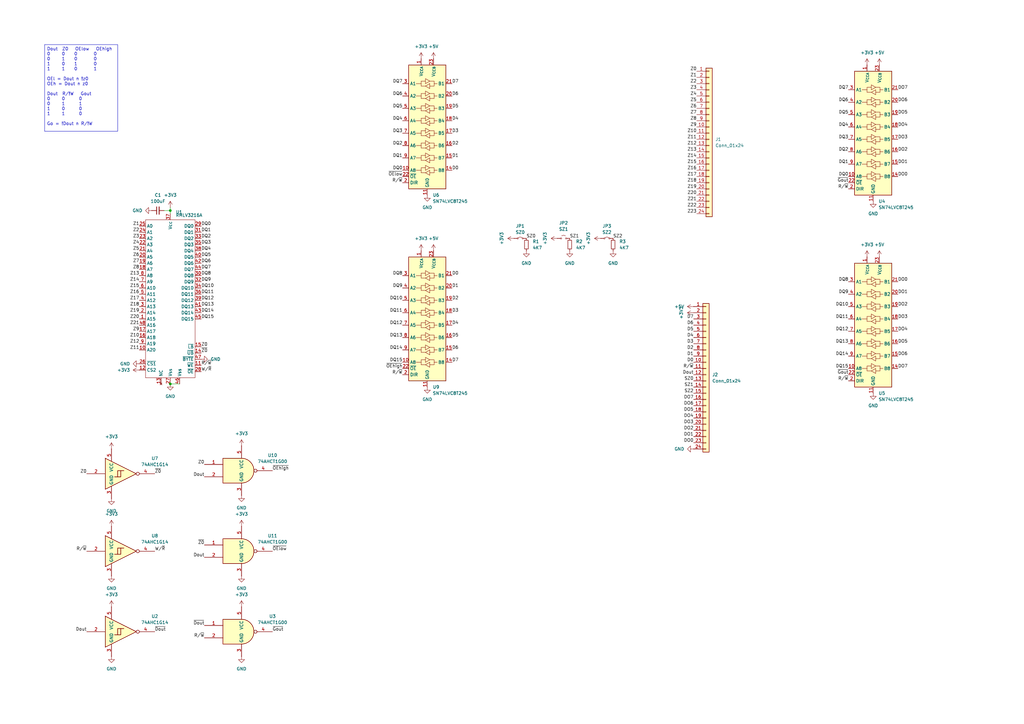
<source format=kicad_sch>
(kicad_sch (version 20231120) (generator "eeschema") (generator_version "8.0")
  (paper "A3")
  (title_block (date "2024-05-26"))
  (lib_symbols
    (symbol "74xGxx:74AHC1G14"
      (property "Reference" "U" (at 0 3.81 0))
      (property "Value" "74AHC1G14" (at 0 -3.81 0))
      (symbol "74AHC1G14_0_1"
        (polyline (pts (xy -7.62 6.35) (xy -7.62 -6.35) (xy 5.08 0) (xy -7.62 6.35)) (stroke (width 0.254)) (fill (type background)))
      )
      (symbol "74AHC1G14_1_1"
        (polyline (pts (xy -3.81 -1.27) (xy -1.27 -1.27) (xy -1.27 1.27)) (stroke (width 0.254)))
        (polyline (pts (xy -2.54 -1.27) (xy -2.54 1.27) (xy 0 1.27)) (stroke (width 0.254)))
        (pin no_connect line (at -7.62 5.08 180) (length 5.08) hide (name "NC") (number "1"))
        (pin input line (at -15.24 0 0) (length 7.62) (name "~") (number "2"))
        (pin power_in line (at -5.08 -10.16 90) (length 5.08) (name "GND") (number "3"))
        (pin output inverted (at 12.7 0 180) (length 7.62) (name "~") (number "4"))
        (pin power_in line (at -5.08 10.16 270) (length 5.08) (name "VCC") (number "5"))
      )
    )
    (symbol "74xGxx:74AHCT1G00"
      (property "Reference" "U" (at -2.54 3.81 0))
      (property "Value" "74AHCT1G00" (at 0 -3.81 0))
      (symbol "74AHCT1G00_0_1"
        (arc (start 0 -5.08) (mid 5.0579 0) (end 0 5.08) (stroke (width 0.254)) (fill (type background)))
        (polyline (pts (xy 0 -5.08) (xy -7.62 -5.08) (xy -7.62 5.08) (xy 0 5.08)) (stroke (width 0.254)) (fill (type background)))
      )
      (symbol "74AHCT1G00_1_1"
        (pin input line (at -15.24 2.54 0) (length 7.62) (name "~") (number "1"))
        (pin input line (at -15.24 -2.54 0) (length 7.62) (name "~") (number "2"))
        (pin power_in line (at 0 -10.16 90) (length 5.08) (name "GND") (number "3"))
        (pin output inverted (at 12.7 0 180) (length 7.62) (name "~") (number "4"))
        (pin power_in line (at 0 10.16 270) (length 5.08) (name "VCC") (number "5"))
      )
    )
    (symbol "Connector_Generic:Conn_01x24" (pin_names (offset 1.016) hide)
      (property "Reference" "J" (at 0 30.48 0))
      (property "Value" "Conn_01x24" (at 0 -33.02 0))
      (symbol "Conn_01x24_1_1"
        (rectangle (start -1.27 -30.353) (end 0 -30.607) (stroke (width 0.1524)))
        (rectangle (start -1.27 -27.813) (end 0 -28.067) (stroke (width 0.1524)))
        (rectangle (start -1.27 -25.273) (end 0 -25.527) (stroke (width 0.1524)))
        (rectangle (start -1.27 -22.733) (end 0 -22.987) (stroke (width 0.1524)))
        (rectangle (start -1.27 -20.193) (end 0 -20.447) (stroke (width 0.1524)))
        (rectangle (start -1.27 -17.653) (end 0 -17.907) (stroke (width 0.1524)))
        (rectangle (start -1.27 -15.113) (end 0 -15.367) (stroke (width 0.1524)))
        (rectangle (start -1.27 -12.573) (end 0 -12.827) (stroke (width 0.1524)))
        (rectangle (start -1.27 -10.033) (end 0 -10.287) (stroke (width 0.1524)))
        (rectangle (start -1.27 -7.493) (end 0 -7.747) (stroke (width 0.1524)))
        (rectangle (start -1.27 -4.953) (end 0 -5.207) (stroke (width 0.1524)))
        (rectangle (start -1.27 -2.413) (end 0 -2.667) (stroke (width 0.1524)))
        (rectangle (start -1.27 0.127) (end 0 -0.127) (stroke (width 0.1524)))
        (rectangle (start -1.27 2.667) (end 0 2.413) (stroke (width 0.1524)))
        (rectangle (start -1.27 5.207) (end 0 4.953) (stroke (width 0.1524)))
        (rectangle (start -1.27 7.747) (end 0 7.493) (stroke (width 0.1524)))
        (rectangle (start -1.27 10.287) (end 0 10.033) (stroke (width 0.1524)))
        (rectangle (start -1.27 12.827) (end 0 12.573) (stroke (width 0.1524)))
        (rectangle (start -1.27 15.367) (end 0 15.113) (stroke (width 0.1524)))
        (rectangle (start -1.27 17.907) (end 0 17.653) (stroke (width 0.1524)))
        (rectangle (start -1.27 20.447) (end 0 20.193) (stroke (width 0.1524)))
        (rectangle (start -1.27 22.987) (end 0 22.733) (stroke (width 0.1524)))
        (rectangle (start -1.27 25.527) (end 0 25.273) (stroke (width 0.1524)))
        (rectangle (start -1.27 28.067) (end 0 27.813) (stroke (width 0.1524)))
        (rectangle (start -1.27 29.21) (end 1.27 -31.75) (stroke (width 0.254)) (fill (type background)))
        (pin passive line (at -5.08 27.94 0) (length 3.81) (name "Pin_1") (number "1"))
        (pin passive line (at -5.08 5.08 0) (length 3.81) (name "Pin_10") (number "10"))
        (pin passive line (at -5.08 2.54 0) (length 3.81) (name "Pin_11") (number "11"))
        (pin passive line (at -5.08 0 0) (length 3.81) (name "Pin_12") (number "12"))
        (pin passive line (at -5.08 -2.54 0) (length 3.81) (name "Pin_13") (number "13"))
        (pin passive line (at -5.08 -5.08 0) (length 3.81) (name "Pin_14") (number "14"))
        (pin passive line (at -5.08 -7.62 0) (length 3.81) (name "Pin_15") (number "15"))
        (pin passive line (at -5.08 -10.16 0) (length 3.81) (name "Pin_16") (number "16"))
        (pin passive line (at -5.08 -12.7 0) (length 3.81) (name "Pin_17") (number "17"))
        (pin passive line (at -5.08 -15.24 0) (length 3.81) (name "Pin_18") (number "18"))
        (pin passive line (at -5.08 -17.78 0) (length 3.81) (name "Pin_19") (number "19"))
        (pin passive line (at -5.08 25.4 0) (length 3.81) (name "Pin_2") (number "2"))
        (pin passive line (at -5.08 -20.32 0) (length 3.81) (name "Pin_20") (number "20"))
        (pin passive line (at -5.08 -22.86 0) (length 3.81) (name "Pin_21") (number "21"))
        (pin passive line (at -5.08 -25.4 0) (length 3.81) (name "Pin_22") (number "22"))
        (pin passive line (at -5.08 -27.94 0) (length 3.81) (name "Pin_23") (number "23"))
        (pin passive line (at -5.08 -30.48 0) (length 3.81) (name "Pin_24") (number "24"))
        (pin passive line (at -5.08 22.86 0) (length 3.81) (name "Pin_3") (number "3"))
        (pin passive line (at -5.08 20.32 0) (length 3.81) (name "Pin_4") (number "4"))
        (pin passive line (at -5.08 17.78 0) (length 3.81) (name "Pin_5") (number "5"))
        (pin passive line (at -5.08 15.24 0) (length 3.81) (name "Pin_6") (number "6"))
        (pin passive line (at -5.08 12.7 0) (length 3.81) (name "Pin_7") (number "7"))
        (pin passive line (at -5.08 10.16 0) (length 3.81) (name "Pin_8") (number "8"))
        (pin passive line (at -5.08 7.62 0) (length 3.81) (name "Pin_9") (number "9"))
      )
    )
    (symbol "Device:C_Small" (pin_numbers hide) (pin_names (offset 0.254) hide)
      (property "Reference" "C" (at 0.254 1.778 0))
      (property "Value" "C_Small" (at 0.254 -2.032 0))
      (symbol "C_Small_0_1"
        (polyline (pts (xy -1.524 -0.508) (xy 1.524 -0.508)) (stroke (width 0.3302)))
        (polyline (pts (xy -1.524 0.508) (xy 1.524 0.508)) (stroke (width 0.3048)))
      )
      (symbol "C_Small_1_1"
        (pin passive line (at 0 2.54 270) (length 2.032) (name "~") (number "1"))
        (pin passive line (at 0 -2.54 90) (length 2.032) (name "~") (number "2"))
      )
    )
    (symbol "Device:R_Small" (pin_numbers hide) (pin_names (offset 0.254) hide)
      (property "Reference" "R" (at 0.762 0.508 0))
      (property "Value" "R_Small" (at 0.762 -1.016 0))
      (symbol "R_Small_0_1"
        (rectangle (start -0.762 1.778) (end 0.762 -1.778) (stroke (width 0.2032)))
      )
      (symbol "R_Small_1_1"
        (pin passive line (at 0 2.54 270) (length 0.762) (name "~") (number "1"))
        (pin passive line (at 0 -2.54 90) (length 0.762) (name "~") (number "2"))
      )
    )
    (symbol "Jumper:Jumper_2_Small_Bridged" (pin_numbers hide) (pin_names (offset 0) hide) (exclude_from_sim yes)
      (property "Reference" "JP" (at 0 2.032 0))
      (property "Value" "Jumper_2_Small_Bridged" (at 0 -2.286 0))
      (symbol "Jumper_2_Small_Bridged_0_0"
        (circle (center -1.016 0) (radius 0.254))
        (circle (center 1.016 0) (radius 0.254))
      )
      (symbol "Jumper_2_Small_Bridged_0_1"
        (arc (start 0.762 0.254) (mid 0 0.5696) (end -0.762 0.254))
      )
      (symbol "Jumper_2_Small_Bridged_1_1"
        (pin passive line (at -2.54 0 0) (length 1.27) (name "A") (number "1"))
        (pin passive line (at 2.54 0 180) (length 1.27) (name "B") (number "2"))
      )
    )
    (symbol "Jumper:Jumper_2_Small_Open" (pin_numbers hide) (pin_names (offset 0) hide) (exclude_from_sim yes)
      (property "Reference" "JP" (at 0 2.794 0))
      (property "Value" "Jumper_2_Small_Open" (at 0 -2.286 0))
      (symbol "Jumper_2_Small_Open_0_0"
        (circle (center -1.016 0) (radius 0.254))
        (circle (center 1.016 0) (radius 0.254))
      )
      (symbol "Jumper_2_Small_Open_0_1"
        (arc (start 0.762 1.0196) (mid 0 1.2729) (end -0.762 1.0196))
      )
      (symbol "Jumper_2_Small_Open_1_1"
        (pin passive line (at -2.54 0 0) (length 1.27) (name "A") (number "1"))
        (pin passive line (at 2.54 0 180) (length 1.27) (name "B") (number "2"))
      )
    )
    (symbol "Logic_LevelTranslator:SN74LVC8T245"
      (property "Reference" "U" (at -6.35 27.94 0))
      (property "Value" "SN74LVC8T245" (at 3.81 27.94 0))
      (symbol "SN74LVC8T245_0_1"
        (rectangle (start -7.62 25.4) (end 7.62 -25.4) (stroke (width 0.254)) (fill (type background)))
        (polyline (pts (xy -2.54 -12.7) (xy -2.54 -11.684) (xy -0.762 -11.684)))
        (polyline (pts (xy -2.54 -2.54) (xy -2.54 -1.524) (xy -0.762 -1.524)))
        (polyline (pts (xy -2.54 7.62) (xy -2.54 8.636) (xy -0.762 8.636)))
        (polyline (pts (xy -2.54 17.78) (xy -2.54 18.796) (xy -0.762 18.796)))
        (polyline (pts (xy 2.794 -12.7) (xy 2.794 -13.716) (xy 1.016 -13.716)))
        (polyline (pts (xy 2.794 -2.54) (xy 2.794 -3.556) (xy 1.016 -3.556)))
        (polyline (pts (xy 2.794 7.62) (xy 2.794 6.604) (xy 1.016 6.604)))
        (polyline (pts (xy 2.794 17.78) (xy 2.794 16.764) (xy 1.016 16.764)))
        (polyline (pts (xy -0.762 -13.716) (xy -2.54 -13.716) (xy -2.54 -12.7) (xy -4.572 -12.7)))
        (polyline (pts (xy -0.762 -12.7) (xy -0.762 -10.668) (xy 1.016 -11.684) (xy -0.762 -12.7)))
        (polyline (pts (xy -0.762 -3.556) (xy -2.54 -3.556) (xy -2.54 -2.54) (xy -4.572 -2.54)))
        (polyline (pts (xy -0.762 -2.54) (xy -0.762 -0.508) (xy 1.016 -1.524) (xy -0.762 -2.54)))
        (polyline (pts (xy -0.762 6.604) (xy -2.54 6.604) (xy -2.54 7.62) (xy -4.572 7.62)))
        (polyline (pts (xy -0.762 7.62) (xy -0.762 9.652) (xy 1.016 8.636) (xy -0.762 7.62)))
        (polyline (pts (xy -0.762 16.764) (xy -2.54 16.764) (xy -2.54 17.78) (xy -4.572 17.78)))
        (polyline (pts (xy -0.762 17.78) (xy -0.762 19.812) (xy 1.016 18.796) (xy -0.762 17.78)))
        (polyline (pts (xy 1.016 -11.684) (xy 2.794 -11.684) (xy 2.794 -12.7) (xy 4.064 -12.7)))
        (polyline (pts (xy 1.016 -1.524) (xy 2.794 -1.524) (xy 2.794 -2.54) (xy 4.064 -2.54)))
        (polyline (pts (xy 1.016 8.636) (xy 2.794 8.636) (xy 2.794 7.62) (xy 4.064 7.62)))
        (polyline (pts (xy 1.016 18.796) (xy 2.794 18.796) (xy 2.794 17.78) (xy 4.064 17.78)))
        (polyline (pts (xy 1.016 -17.78) (xy 1.016 -19.558) (xy 1.016 -19.812) (xy -0.762 -18.796) (xy 1.016 -17.78)))
        (polyline (pts (xy 1.016 -12.7) (xy 1.016 -14.478) (xy 1.016 -14.732) (xy -0.762 -13.716) (xy 1.016 -12.7)))
        (polyline (pts (xy 1.016 -2.54) (xy 1.016 -4.318) (xy 1.016 -4.572) (xy -0.762 -3.556) (xy 1.016 -2.54)))
        (polyline (pts (xy 1.016 2.54) (xy 1.016 0.762) (xy 1.016 0.508) (xy -0.762 1.524) (xy 1.016 2.54)))
        (polyline (pts (xy 1.016 7.62) (xy 1.016 5.842) (xy 1.016 5.588) (xy -0.762 6.604) (xy 1.016 7.62)))
        (polyline (pts (xy 1.016 17.78) (xy 1.016 16.002) (xy 1.016 15.748) (xy -0.762 16.764) (xy 1.016 17.78)))
      )
      (symbol "SN74LVC8T245_1_1"
        (polyline (pts (xy -2.54 -17.78) (xy -2.54 -16.764) (xy -0.762 -16.764)))
        (polyline (pts (xy -2.54 -7.62) (xy -2.54 -6.604) (xy -0.762 -6.604)))
        (polyline (pts (xy -2.54 2.54) (xy -2.54 3.556) (xy -0.762 3.556)))
        (polyline (pts (xy -2.54 12.7) (xy -2.54 13.716) (xy -0.762 13.716)))
        (polyline (pts (xy 2.794 -17.78) (xy 2.794 -18.796) (xy 1.016 -18.796)))
        (polyline (pts (xy 2.794 -7.62) (xy 2.794 -8.636) (xy 1.016 -8.636)))
        (polyline (pts (xy 2.794 2.54) (xy 2.794 1.524) (xy 1.016 1.524)))
        (polyline (pts (xy 2.794 12.7) (xy 2.794 11.684) (xy 1.016 11.684)))
        (polyline (pts (xy -0.762 -18.796) (xy -2.54 -18.796) (xy -2.54 -17.78) (xy -4.572 -17.78)))
        (polyline (pts (xy -0.762 -17.78) (xy -0.762 -15.748) (xy 1.016 -16.764) (xy -0.762 -17.78)))
        (polyline (pts (xy -0.762 -8.636) (xy -2.54 -8.636) (xy -2.54 -7.62) (xy -4.572 -7.62)))
        (polyline (pts (xy -0.762 -7.62) (xy -0.762 -5.588) (xy 1.016 -6.604) (xy -0.762 -7.62)))
        (polyline (pts (xy -0.762 1.524) (xy -2.54 1.524) (xy -2.54 2.54) (xy -4.572 2.54)))
        (polyline (pts (xy -0.762 2.54) (xy -0.762 4.572) (xy 1.016 3.556) (xy -0.762 2.54)))
        (polyline (pts (xy -0.762 11.684) (xy -2.54 11.684) (xy -2.54 12.7) (xy -4.572 12.7)))
        (polyline (pts (xy -0.762 12.7) (xy -0.762 14.732) (xy 1.016 13.716) (xy -0.762 12.7)))
        (polyline (pts (xy 1.016 -16.764) (xy 2.794 -16.764) (xy 2.794 -17.78) (xy 4.064 -17.78)))
        (polyline (pts (xy 1.016 -6.604) (xy 2.794 -6.604) (xy 2.794 -7.62) (xy 4.064 -7.62)))
        (polyline (pts (xy 1.016 3.556) (xy 2.794 3.556) (xy 2.794 2.54) (xy 4.064 2.54)))
        (polyline (pts (xy 1.016 13.716) (xy 2.794 13.716) (xy 2.794 12.7) (xy 4.064 12.7)))
        (polyline (pts (xy 1.016 -7.62) (xy 1.016 -9.398) (xy 1.016 -9.652) (xy -0.762 -8.636) (xy 1.016 -7.62)))
        (polyline (pts (xy 1.016 12.7) (xy 1.016 10.922) (xy 1.016 10.668) (xy -0.762 11.684) (xy 1.016 12.7)))
        (pin power_in line (at -2.54 27.94 270) (length 2.54) (name "V_{CCA}") (number "1"))
        (pin bidirectional line (at -10.16 -17.78 0) (length 2.54) (name "A8") (number "10"))
        (pin power_in line (at 0 -27.94 90) (length 2.54) (name "GND") (number "11"))
        (pin passive line (at 0 -27.94 90) (length 2.54) hide (name "GND") (number "12"))
        (pin passive line (at 0 -27.94 90) (length 2.54) hide (name "GND") (number "13"))
        (pin bidirectional line (at 10.16 -17.78 180) (length 2.54) (name "B8") (number "14"))
        (pin bidirectional line (at 10.16 -12.7 180) (length 2.54) (name "B7") (number "15"))
        (pin bidirectional line (at 10.16 -7.62 180) (length 2.54) (name "B6") (number "16"))
        (pin bidirectional line (at 10.16 -2.54 180) (length 2.54) (name "B5") (number "17"))
        (pin bidirectional line (at 10.16 2.54 180) (length 2.54) (name "B4") (number "18"))
        (pin bidirectional line (at 10.16 7.62 180) (length 2.54) (name "B3") (number "19"))
        (pin input line (at -10.16 -22.86 0) (length 2.54) (name "DIR") (number "2"))
        (pin bidirectional line (at 10.16 12.7 180) (length 2.54) (name "B2") (number "20"))
        (pin bidirectional line (at 10.16 17.78 180) (length 2.54) (name "B1") (number "21"))
        (pin input line (at -10.16 -20.32 0) (length 2.54) (name "~{OE}") (number "22"))
        (pin power_in line (at 2.54 27.94 270) (length 2.54) (name "V_{CCB}") (number "23"))
        (pin passive line (at 2.54 27.94 270) (length 2.54) hide (name "V_{CCB}") (number "24"))
        (pin bidirectional line (at -10.16 17.78 0) (length 2.54) (name "A1") (number "3"))
        (pin bidirectional line (at -10.16 12.7 0) (length 2.54) (name "A2") (number "4"))
        (pin bidirectional line (at -10.16 7.62 0) (length 2.54) (name "A3") (number "5"))
        (pin bidirectional line (at -10.16 2.54 0) (length 2.54) (name "A4") (number "6"))
        (pin bidirectional line (at -10.16 -2.54 0) (length 2.54) (name "A5") (number "7"))
        (pin bidirectional line (at -10.16 -7.62 0) (length 2.54) (name "A6") (number "8"))
        (pin bidirectional line (at -10.16 -12.7 0) (length 2.54) (name "A7") (number "9"))
      )
    )
    (symbol "MemorySRAM:RMLV3216"
      (property "Reference" "U" (at 0 1.524 0))
      (symbol "RMLV3216_0_0"
        (pin input line (at -12.7 -8.255 0) (length 2.54) (name "A15") (number "1"))
        (pin input line (at -12.7 -20.955 0) (length 2.54) (name "A20") (number "10"))
        (pin input line (at 12.7 -27.305 180) (length 2.54) (name "~{WE}") (number "11"))
        (pin input line (at -12.7 -29.21 0) (length 2.54) (name "CS2") (number "12"))
        (pin no_connect line (at -3.81 -34.925 90) (length 2.54) (name "NC") (number "13"))
        (pin input line (at 12.7 -22.225 180) (length 2.54) (name "~{UB}") (number "14"))
        (pin input line (at 12.7 -19.685 180) (length 2.54) (name "~{LB}") (number "15"))
        (pin input line (at -12.7 -15.875 0) (length 2.54) (name "A18") (number "16"))
        (pin input line (at -12.7 -13.335 0) (length 2.54) (name "A17") (number "17"))
        (pin input line (at -12.7 12.065 0) (length 2.54) (name "A7") (number "18"))
        (pin input line (at -12.7 14.605 0) (length 2.54) (name "A6") (number "19"))
        (pin input line (at -12.7 -5.715 0) (length 2.54) (name "A14") (number "2"))
        (pin input line (at -12.7 17.145 0) (length 2.54) (name "A5") (number "20"))
        (pin input line (at -12.7 19.685 0) (length 2.54) (name "A4") (number "21"))
        (pin input line (at -12.7 22.225 0) (length 2.54) (name "A3") (number "22"))
        (pin input line (at -12.7 24.765 0) (length 2.54) (name "A2") (number "23"))
        (pin input line (at -12.7 27.305 0) (length 2.54) (name "A1") (number "24"))
        (pin input line (at -12.7 29.845 0) (length 2.54) (name "A0") (number "25"))
        (pin input line (at -12.7 -26.67 0) (length 2.54) (name "~{CS1}") (number "26"))
        (pin passive line (at 0 -34.925 90) (length 2.54) (name "Vss") (number "27"))
        (pin input line (at 12.7 -29.845 180) (length 2.54) (name "~{OE}") (number "28"))
        (pin bidirectional line (at 12.7 29.845 180) (length 2.54) (name "DQ0") (number "29"))
        (pin input line (at -12.7 -3.175 0) (length 2.54) (name "A13") (number "3"))
        (pin bidirectional line (at 12.7 9.525 180) (length 2.54) (name "DQ8") (number "30"))
        (pin bidirectional line (at 12.7 27.305 180) (length 2.54) (name "DQ1") (number "31"))
        (pin bidirectional line (at 12.7 6.985 180) (length 2.54) (name "DQ9") (number "32"))
        (pin bidirectional line (at 12.7 24.765 180) (length 2.54) (name "DQ2") (number "33"))
        (pin bidirectional line (at 12.7 4.445 180) (length 2.54) (name "DQ10") (number "34"))
        (pin bidirectional line (at 12.7 22.225 180) (length 2.54) (name "DQ3") (number "35"))
        (pin bidirectional line (at 12.7 1.905 180) (length 2.54) (name "DQ11") (number "36"))
        (pin passive line (at 0 34.925 270) (length 2.54) (name "Vcc") (number "37"))
        (pin bidirectional line (at 12.7 19.685 180) (length 2.54) (name "DQ4") (number "38"))
        (pin bidirectional line (at 12.7 -0.635 180) (length 2.54) (name "DQ12") (number "39"))
        (pin input line (at -12.7 -0.635 0) (length 2.54) (name "A12") (number "4"))
        (pin bidirectional line (at 12.7 17.145 180) (length 2.54) (name "DQ5") (number "40"))
        (pin bidirectional line (at 12.7 -3.175 180) (length 2.54) (name "DQ13") (number "41"))
        (pin bidirectional line (at 12.7 14.605 180) (length 2.54) (name "DQ6") (number "42"))
        (pin bidirectional line (at 12.7 -5.715 180) (length 2.54) (name "DQ14") (number "43"))
        (pin bidirectional line (at 12.7 12.065 180) (length 2.54) (name "DQ7") (number "44"))
        (pin bidirectional line (at 12.7 -8.255 180) (length 2.54) (name "DQ15") (number "45"))
        (pin passive line (at 3.81 -34.925 90) (length 2.54) (name "Vss") (number "46"))
        (pin input line (at 12.7 -24.765 180) (length 2.54) (name "~{BYTE}") (number "47"))
        (pin input line (at -12.7 -10.795 0) (length 2.54) (name "A16") (number "48"))
        (pin input line (at -12.7 1.905 0) (length 2.54) (name "A11") (number "5"))
        (pin input line (at -12.7 4.445 0) (length 2.54) (name "A10") (number "6"))
        (pin input line (at -12.7 6.985 0) (length 2.54) (name "A9") (number "7"))
        (pin input line (at -12.7 9.525 0) (length 2.54) (name "A8") (number "8"))
        (pin input line (at -12.7 -18.415 0) (length 2.54) (name "A19") (number "9"))
      )
      (symbol "RMLV3216_0_1"
        (rectangle (start -10.16 32.385) (end 10.16 -32.385))
      )
    )
    (symbol "power:+3V3" (power) (pin_numbers hide) (pin_names (offset 0) hide)
      (property "Value" "+3V3" (at 0 3.556 0))
      (symbol "+3V3_0_1"
        (polyline (pts (xy -0.762 1.27) (xy 0 2.54)))
        (polyline (pts (xy 0 0) (xy 0 2.54)))
        (polyline (pts (xy 0 2.54) (xy 0.762 1.27)))
      )
      (symbol "+3V3_1_1"
        (pin power_in line (at 0 0 90) (length 0) (name "~") (number "1"))
      )
    )
    (symbol "power:+5V" (power) (pin_numbers hide) (pin_names (offset 0) hide)
      (property "Value" "+5V" (at 0 3.556 0))
      (symbol "+5V_0_1"
        (polyline (pts (xy -0.762 1.27) (xy 0 2.54)))
        (polyline (pts (xy 0 0) (xy 0 2.54)))
        (polyline (pts (xy 0 2.54) (xy 0.762 1.27)))
      )
      (symbol "+5V_1_1"
        (pin power_in line (at 0 0 90) (length 0) (name "~") (number "1"))
      )
    )
    (symbol "power:GND" (power) (pin_numbers hide) (pin_names (offset 0) hide)
      (property "Value" "GND" (at 0 -3.81 0))
      (symbol "GND_0_1"
        (polyline (pts (xy 0 0) (xy 0 -1.27) (xy 1.27 -1.27) (xy 0 -2.54) (xy -1.27 -1.27) (xy 0 -1.27)))
      )
      (symbol "GND_1_1"
        (pin power_in line (at 0 0 270) (length 0) (name "~") (number "1"))
      )
    )
  )
  (junction (at 69.85 86.36))
  (junction (at 69.85 157.48))
  (wire (pts (xy 69.85 157.48) (xy 73.66 157.48)))
  (wire (pts (xy 69.85 86.36) (xy 69.85 87.63)))
  (wire (pts (xy 69.85 85.09) (xy 69.85 86.36)))
  (wire (pts (xy 67.31 86.36) (xy 69.85 86.36)))
  (text_box "Dout  Z0   OElow   OEhigh\n0     0    0       0\n0     1    0       0\n1     0    1       0\n1     1    0       1\n\nOEl = Dout n !z0\nOEh = Dout n z0\n\nDout  R/!W   Gout\n0     0      0\n0     1      1\n1     0      0\n1     1      0\n\nGo = !Dout n R/!W" (at 18.288 18.288 0) (size 29.972 35.56) (effects (font (size 1.27 1.27)) (justify left top)))
  (label "DQ14" (at 82.55 128.27 0))
  (label "DQ15" (at 82.55 130.81 0))
  (label "DQ10" (at 165.1 123.19 180))
  (label "R{slash}~{W}" (at 284.48 151.13 180))
  (label "DO3" (at 368.3 57.15 0))
  (label "DQ0" (at 347.98 72.39 180))
  (label "R{slash}~{W}" (at 347.98 77.47 180))
  (label "SZ2" (at 284.48 161.29 180))
  (label "DQ12" (at 347.98 135.89 180))
  (label "DO4" (at 284.48 171.45 180))
  (label "~{Gout}" (at 111.76 259.08 0))
  (label "Z0" (at 82.55 142.24 0))
  (label "Z14" (at 57.15 115.57 180))
  (label "R{slash}~{W}" (at 82.55 149.86 0))
  (label "DQ11" (at 82.55 120.65 0))
  (label "DQ12" (at 82.55 123.19 0))
  (label "W{slash}~{R}" (at 63.5 226.06 0))
  (label "DQ8" (at 82.55 113.03 0))
  (label "Z12" (at 57.15 140.97 180))
  (label "DQ8" (at 347.98 115.57 180))
  (label "DQ6" (at 347.98 41.91 180))
  (label "~{Gout}" (at 347.98 153.67 180))
  (label "DQ8" (at 165.1 113.03 180))
  (label "D3" (at 185.42 128.27 0))
  (label "D3" (at 284.48 140.97 180))
  (label "Z4" (at 285.75 39.37 180))
  (label "DO3" (at 284.48 173.99 180))
  (label "Z10" (at 57.15 138.43 180))
  (label "DQ12" (at 165.1 133.35 180))
  (label "DQ11" (at 347.98 130.81 180))
  (label "DQ7" (at 82.55 110.49 0))
  (label "DQ6" (at 82.55 107.95 0))
  (label "D2" (at 284.48 143.51 180))
  (label "Z5" (at 285.75 41.91 180))
  (label "Z17" (at 285.75 72.39 180))
  (label "DQ4" (at 82.55 102.87 0))
  (label "D5" (at 185.42 138.43 0))
  (label "Z11" (at 285.75 57.15 180))
  (label "D1" (at 185.42 64.77 0))
  (label "DO3" (at 368.3 130.81 0))
  (label "Z6" (at 57.15 105.41 180))
  (label "Z20" (at 57.15 130.81 180))
  (label "SZ1" (at 233.68 97.79 0))
  (label "DO7" (at 284.48 163.83 180))
  (label "DO5" (at 284.48 168.91 180))
  (label "DO5" (at 368.3 140.97 0))
  (label "DQ4" (at 347.98 52.07 180))
  (label "DQ9" (at 165.1 118.11 180))
  (label "DQ14" (at 347.98 146.05 180))
  (label "Z8" (at 57.15 110.49 180))
  (label "DQ9" (at 347.98 120.65 180))
  (label "DO7" (at 368.3 151.13 0))
  (label "D3" (at 185.42 54.61 0))
  (label "DQ15" (at 347.98 151.13 180))
  (label "D4" (at 185.42 133.35 0))
  (label "R{slash}~{W}" (at 165.1 153.67 180))
  (label "~{OEhigh}" (at 165.1 151.13 180))
  (label "DO1" (at 368.3 67.31 0))
  (label "DO2" (at 284.48 176.53 180))
  (label "Z0" (at 83.82 190.5 180))
  (label "W{slash}~{R}" (at 82.55 152.4 0))
  (label "DQ10" (at 82.55 118.11 0))
  (label "DQ1" (at 347.98 67.31 180))
  (label "D2" (at 185.42 59.69 0))
  (label "DO2" (at 368.3 125.73 0))
  (label "DO4" (at 368.3 135.89 0))
  (label "DO6" (at 368.3 41.91 0))
  (label "Z3" (at 57.15 97.79 180))
  (label "Z15" (at 57.15 118.11 180))
  (label "Z11" (at 57.15 143.51 180))
  (label "Dout" (at 35.56 259.08 180))
  (label "Z7" (at 285.75 46.99 180))
  (label "DQ13" (at 165.1 138.43 180))
  (label "Z16" (at 57.15 120.65 180))
  (label "DQ7" (at 165.1 34.29 180))
  (label "Z18" (at 285.75 74.93 180))
  (label "~{Dout}" (at 63.5 259.08 0))
  (label "Z1" (at 57.15 92.71 180))
  (label "DO4" (at 368.3 52.07 0))
  (label "DO1" (at 284.48 179.07 180))
  (label "Z9" (at 57.15 135.89 180))
  (label "~{Z0}" (at 83.82 223.52 180))
  (label "Z7" (at 57.15 107.95 180))
  (label "D2" (at 185.42 123.19 0))
  (label "DQ3" (at 82.55 100.33 0))
  (label "SZ2" (at 251.46 97.79 0))
  (label "DQ2" (at 347.98 62.23 180))
  (label "DO0" (at 284.48 181.61 180))
  (label "Dout" (at 284.48 153.67 180))
  (label "Z13" (at 285.75 62.23 180))
  (label "Z19" (at 285.75 77.47 180))
  (label "Z18" (at 57.15 125.73 180))
  (label "D1" (at 284.48 146.05 180))
  (label "Dout" (at 83.82 195.58 180))
  (label "D6" (at 185.42 143.51 0))
  (label "DQ1" (at 165.1 64.77 180))
  (label "DO0" (at 368.3 72.39 0))
  (label "DQ9" (at 82.55 115.57 0))
  (label "D7" (at 284.48 130.81 180))
  (label "DQ10" (at 347.98 125.73 180))
  (label "Z22" (at 285.75 85.09 180))
  (label "DQ0" (at 82.55 92.71 0))
  (label "Z19" (at 57.15 128.27 180))
  (label "DQ0" (at 165.1 69.85 180))
  (label "Z5" (at 57.15 102.87 180))
  (label "DO2" (at 368.3 62.23 0))
  (label "DQ11" (at 165.1 128.27 180))
  (label "R{slash}~{W}" (at 83.82 261.62 180))
  (label "Z12" (at 285.75 59.69 180))
  (label "Z16" (at 285.75 69.85 180))
  (label "Dout" (at 83.82 228.6 180))
  (label "Z3" (at 285.75 36.83 180))
  (label "DO6" (at 368.3 146.05 0))
  (label "D4" (at 185.42 49.53 0))
  (label "Z6" (at 285.75 44.45 180))
  (label "DQ4" (at 165.1 49.53 180))
  (label "D0" (at 185.42 69.85 0))
  (label "Z15" (at 285.75 67.31 180))
  (label "DQ7" (at 347.98 36.83 180))
  (label "R{slash}~{W}" (at 165.1 74.93 180))
  (label "Z10" (at 285.75 54.61 180))
  (label "DQ13" (at 347.98 140.97 180))
  (label "D0" (at 185.42 113.03 0))
  (label "DQ5" (at 82.55 105.41 0))
  (label "~{OElow}" (at 165.1 72.39 180))
  (label "D7" (at 185.42 34.29 0))
  (label "Z21" (at 285.75 82.55 180))
  (label "DO6" (at 284.48 166.37 180))
  (label "~{OElow}" (at 111.76 226.06 0))
  (label "Z1" (at 285.75 31.75 180))
  (label "DQ5" (at 165.1 44.45 180))
  (label "Z4" (at 57.15 100.33 180))
  (label "DO5" (at 368.3 46.99 0))
  (label "Z0" (at 285.75 29.21 180))
  (label "Z23" (at 285.75 87.63 180))
  (label "~{OEhigh}" (at 111.76 193.04 0))
  (label "DQ5" (at 347.98 46.99 180))
  (label "D7" (at 185.42 148.59 0))
  (label "~{Z0}" (at 82.55 144.78 0))
  (label "Z2" (at 285.75 34.29 180))
  (label "DO7" (at 368.3 36.83 0))
  (label "DQ3" (at 347.98 57.15 180))
  (label "DQ1" (at 82.55 95.25 0))
  (label "~{Dout}" (at 83.82 256.54 180))
  (label "Z0" (at 35.56 194.31 180))
  (label "DQ13" (at 82.55 125.73 0))
  (label "Z8" (at 285.75 49.53 180))
  (label "D5" (at 284.48 135.89 180))
  (label "~{Gout}" (at 347.98 74.93 180))
  (label "DO1" (at 368.3 120.65 0))
  (label "~{Z0}" (at 63.5 194.31 0))
  (label "D5" (at 185.42 44.45 0))
  (label "DQ2" (at 82.55 97.79 0))
  (label "D0" (at 284.48 148.59 180))
  (label "D4" (at 284.48 138.43 180))
  (label "R{slash}~{W}" (at 35.56 226.06 180))
  (label "Z2" (at 57.15 95.25 180))
  (label "SZ0" (at 215.9 97.79 0))
  (label "DQ2" (at 165.1 59.69 180))
  (label "SZ0" (at 284.48 156.21 180))
  (label "Z21" (at 57.15 133.35 180))
  (label "SZ1" (at 284.48 158.75 180))
  (label "Z13" (at 57.15 113.03 180))
  (label "D6" (at 185.42 39.37 0))
  (label "Z14" (at 285.75 64.77 180))
  (label "DQ6" (at 165.1 39.37 180))
  (label "D1" (at 185.42 118.11 0))
  (label "DO0" (at 368.3 115.57 0))
  (label "DQ15" (at 165.1 148.59 180))
  (label "R{slash}~{W}" (at 347.98 156.21 180))
  (label "DQ3" (at 165.1 54.61 180))
  (label "Z9" (at 285.75 52.07 180))
  (label "DQ14" (at 165.1 143.51 180))
  (label "Z20" (at 285.75 80.01 180))
  (label "D6" (at 284.48 133.35 180))
  (label "Z17" (at 57.15 123.19 180))
  (symbol (lib_id "Device:R_Small") (at 215.9 100.33 0) (unit 1)
    (property "Reference" "R1" (at 218.44 99.0599 0) (effects (justify left)))
    (property "Value" "4K7" (at 218.44 101.5999 0) (effects (justify left)))
    (property "Footprint" "Capacitor_SMD:C_0603_1608Metric" (effects (hide yes)))
    (property "Description" "Resistor, small symbol" (effects (hide yes)))
  )
  (symbol (lib_id "power:+3V3") (at 355.6 105.41 0) (unit 1)
    (property "Reference" "#PWR031" (effects (hide yes)))
    (property "Value" "+3V3" (at 355.6 100.33 0))
    (property "Description" "Power symbol creates a global label with name \"+3V3\"" (effects (hide yes)))
  )
  (symbol (lib_id "power:GND") (at 62.23 86.36 270) (unit 1)
    (property "Reference" "#PWR039" (effects (hide yes)))
    (property "Value" "GND" (at 58.42 86.3599 90) (effects (justify right)))
    (property "Description" "Power symbol creates a global label with name \"GND\" , ground" (effects (hide yes)))
  )
  (symbol (lib_id "power:GND") (at 358.14 161.29 0) (unit 1)
    (property "Reference" "#PWR033" (effects (hide yes)))
    (property "Value" "GND" (at 358.14 166.37 0))
    (property "Description" "Power symbol creates a global label with name \"GND\" , ground" (effects (hide yes)))
  )
  (symbol (lib_id "power:+3V3") (at 99.06 182.88 0) (unit 1)
    (property "Reference" "#PWR016" (effects (hide yes)))
    (property "Value" "+3V3" (at 99.06 177.8 0))
    (property "Description" "Power symbol creates a global label with name \"+3V3\"" (effects (hide yes)))
  )
  (symbol (lib_id "74xGxx:74AHC1G14") (at 50.8 226.06 0) (unit 1)
    (property "Reference" "U8" (at 63.5 219.7414 0))
    (property "Value" "74AHC1G14" (at 63.5 222.2814 0))
    (property "Footprint" "Package_TO_SOT_SMD:SOT-23-5_HandSoldering" (effects (hide yes)))
    (property "Datasheet" "https://www.ti.com/lit/ds/symlink/sn74lvc1g14.pdf" (effects (hide yes)))
    (property "Description" "Single Schmitt NOT Gate, Low-Voltage CMOS" (effects (hide yes)))
    (property "DigiKey" "296-1112-1-ND" (effects (hide yes)))
  )
  (symbol (lib_id "power:+3V3") (at 45.72 184.15 0) (unit 1)
    (property "Reference" "#PWR012" (effects (hide yes)))
    (property "Value" "+3V3" (at 45.72 179.07 0))
    (property "Description" "Power symbol creates a global label with name \"+3V3\"" (effects (hide yes)))
  )
  (symbol (lib_id "Logic_LevelTranslator:SN74LVC8T245") (at 175.26 130.81 0) (unit 1)
    (property "Reference" "U9" (at 177.4541 158.75 0) (effects (justify left)))
    (property "Value" "SN74LVC8T245" (at 177.4541 161.29 0) (effects (justify left)))
    (property "Footprint" "Package_SO:TSSOP-24_4.4x5mm_P0.4mm" (effects (hide yes)))
    (property "Datasheet" "https://www.ti.com/lit/ds/symlink/sn74lvc8t245.pdf" (effects (hide yes)))
    (property "Description" "8-Bit Dual-Supply Bus Transceiver With Configurable Voltage Translation and 3-State Outputs" (effects (hide yes)))
    (property "DigiKey" "1727-4417-1-ND" (effects (hide yes)))
  )
  (symbol (lib_id "power:+3V3") (at 210.82 97.79 90) (mirror x) (unit 1)
    (property "Reference" "#PWR09" (effects (hide yes)))
    (property "Value" "+3V3" (at 205.74 97.79 0))
    (property "Description" "Power symbol creates a global label with name \"+3V3\"" (effects (hide yes)))
  )
  (symbol (lib_id "74xGxx:74AHC1G14") (at 50.8 259.08 0) (unit 1)
    (property "Reference" "U2" (at 63.5 252.7614 0))
    (property "Value" "74AHC1G14" (at 63.5 255.3014 0))
    (property "Footprint" "Package_TO_SOT_SMD:SOT-23-5_HandSoldering" (effects (hide yes)))
    (property "Datasheet" "https://www.ti.com/lit/ds/symlink/sn74lvc1g14.pdf" (effects (hide yes)))
    (property "Description" "Single Schmitt NOT Gate, Low-Voltage CMOS" (effects (hide yes)))
    (property "DigiKey" "296-1112-1-ND" (effects (hide yes)))
  )
  (symbol (lib_id "power:GND") (at 45.72 204.47 0) (unit 1)
    (property "Reference" "#PWR014" (effects (hide yes)))
    (property "Value" "GND" (at 45.72 209.55 0))
    (property "Description" "Power symbol creates a global label with name \"GND\" , ground" (effects (hide yes)))
  )
  (symbol (lib_id "power:GND") (at 45.72 236.22 0) (unit 1)
    (property "Reference" "#PWR015" (effects (hide yes)))
    (property "Value" "GND" (at 45.72 241.3 0))
    (property "Description" "Power symbol creates a global label with name \"GND\" , ground" (effects (hide yes)))
  )
  (symbol (lib_id "power:GND") (at 45.72 269.24 0) (unit 1)
    (property "Reference" "#PWR027" (effects (hide yes)))
    (property "Value" "GND" (at 45.72 274.32 0))
    (property "Description" "Power symbol creates a global label with name \"GND\" , ground" (effects (hide yes)))
  )
  (symbol (lib_id "power:+3V3") (at 172.72 102.87 0) (unit 1)
    (property "Reference" "#PWR020" (effects (hide yes)))
    (property "Value" "+3V3" (at 172.72 97.79 0))
    (property "Description" "Power symbol creates a global label with name \"+3V3\"" (effects (hide yes)))
  )
  (symbol (lib_id "power:+3V3") (at 99.06 248.92 0) (unit 1)
    (property "Reference" "#PWR028" (effects (hide yes)))
    (property "Value" "+3V3" (at 99.06 243.84 0))
    (property "Description" "Power symbol creates a global label with name \"+3V3\"" (effects (hide yes)))
  )
  (symbol (lib_id "power:GND") (at 175.26 158.75 0) (unit 1)
    (property "Reference" "#PWR024" (effects (hide yes)))
    (property "Value" "GND" (at 175.26 163.83 0))
    (property "Description" "Power symbol creates a global label with name \"GND\" , ground" (effects (hide yes)))
  )
  (symbol (lib_id "Device:C_Small") (at 64.77 86.36 90) (unit 1)
    (property "Reference" "C1" (at 64.7763 80.01 90))
    (property "Value" "100uF" (at 64.7763 82.55 90))
    (property "Footprint" "Capacitor_SMD:C_0805_2012Metric" (effects (hide yes)))
    (property "Description" "Unpolarized capacitor, small symbol" (effects (hide yes)))
  )
  (symbol (lib_id "Logic_LevelTranslator:SN74LVC8T245") (at 358.14 54.61 0) (unit 1)
    (property "Reference" "U4" (at 360.3341 82.55 0) (effects (justify left)))
    (property "Value" "SN74LVC8T245" (at 360.3341 85.09 0) (effects (justify left)))
    (property "Footprint" "Package_SO:TSSOP-24_4.4x5mm_P0.4mm" (effects (hide yes)))
    (property "Datasheet" "https://www.ti.com/lit/ds/symlink/sn74lvc8t245.pdf" (effects (hide yes)))
    (property "Description" "8-Bit Dual-Supply Bus Transceiver With Configurable Voltage Translation and 3-State Outputs" (effects (hide yes)))
    (property "DigiKey" "1727-4417-1-ND" (effects (hide yes)))
  )
  (symbol (lib_id "74xGxx:74AHC1G14") (at 50.8 194.31 0) (unit 1)
    (property "Reference" "U7" (at 63.5 187.9914 0))
    (property "Value" "74AHC1G14" (at 63.5 190.5314 0))
    (property "Footprint" "Package_TO_SOT_SMD:SOT-23-5_HandSoldering" (effects (hide yes)))
    (property "Datasheet" "https://www.ti.com/lit/ds/symlink/sn74lvc1g14.pdf" (effects (hide yes)))
    (property "Description" "Single Schmitt NOT Gate, Low-Voltage CMOS" (effects (hide yes)))
    (property "DigiKey" "296-1112-1-ND" (effects (hide yes)))
  )
  (symbol (lib_id "power:GND") (at 82.55 147.32 90) (unit 1)
    (property "Reference" "#PWR01" (effects (hide yes)))
    (property "Value" "GND" (at 86.36 147.3199 90) (effects (justify right)))
    (property "Description" "Power symbol creates a global label with name \"GND\" , ground" (effects (hide yes)))
  )
  (symbol (lib_id "power:+5V") (at 177.8 102.87 0) (mirror y) (unit 1)
    (property "Reference" "#PWR023" (effects (hide yes)))
    (property "Value" "+5V" (at 177.8 97.79 0))
    (property "Description" "Power symbol creates a global label with name \"+5V\"" (effects (hide yes)))
  )
  (symbol (lib_id "power:GND") (at 284.48 184.15 270) (unit 1)
    (property "Reference" "#PWR08" (effects (hide yes)))
    (property "Value" "GND" (at 280.67 184.1499 90) (effects (justify right)))
    (property "Description" "Power symbol creates a global label with name \"GND\" , ground" (effects (hide yes)))
  )
  (symbol (lib_id "power:GND") (at 99.06 269.24 0) (unit 1)
    (property "Reference" "#PWR029" (effects (hide yes)))
    (property "Value" "GND" (at 99.06 274.32 0))
    (property "Description" "Power symbol creates a global label with name \"GND\" , ground" (effects (hide yes)))
  )
  (symbol (lib_id "74xGxx:74AHCT1G00") (at 99.06 226.06 0) (unit 1)
    (property "Reference" "U11" (at 111.76 219.7414 0))
    (property "Value" "74AHCT1G00" (at 111.76 222.2814 0))
    (property "Footprint" "Package_TO_SOT_SMD:SOT-23-5_HandSoldering" (effects (hide yes)))
    (property "Datasheet" "http://www.ti.com/lit/sg/scyt129e/scyt129e.pdf" (effects (hide yes)))
    (property "Description" "Single NAND Gate, Low-Voltage CMOS" (effects (hide yes)))
    (property "DigiKey" "296-1111-1-ND" (effects (hide yes)))
  )
  (symbol (lib_id "power:GND") (at 358.14 82.55 0) (unit 1)
    (property "Reference" "#PWR032" (effects (hide yes)))
    (property "Value" "GND" (at 358.14 87.63 0))
    (property "Description" "Power symbol creates a global label with name \"GND\" , ground" (effects (hide yes)))
  )
  (symbol (lib_id "power:GND") (at 233.68 102.87 0) (unit 1)
    (property "Reference" "#PWR037" (effects (hide yes)))
    (property "Value" "GND" (at 233.68 107.95 0))
    (property "Description" "Power symbol creates a global label with name \"GND\" , ground" (effects (hide yes)))
  )
  (symbol (lib_id "power:+3V3") (at 45.72 215.9 0) (unit 1)
    (property "Reference" "#PWR013" (effects (hide yes)))
    (property "Value" "+3V3" (at 45.72 210.82 0))
    (property "Description" "Power symbol creates a global label with name \"+3V3\"" (effects (hide yes)))
  )
  (symbol (lib_id "Connector_Generic:Conn_01x24") (at 290.83 57.15 0) (unit 1)
    (property "Reference" "J1" (at 293.37 57.1499 0) (effects (justify left)))
    (property "Value" "Conn_01x24" (at 293.37 59.6899 0) (effects (justify left)))
    (property "Footprint" "Connector_PinHeader_1.27mm:PinHeader_1x24_P1.27mm_Vertical" (effects (hide yes)))
    (property "Description" "Generic connector, single row, 01x24, script generated (kicad-library-utils/schlib/autogen/connector/)" (effects (hide yes)))
  )
  (symbol (lib_id "Jumper:Jumper_2_Small_Bridged") (at 248.92 97.79 0) (unit 1) (exclude_from_sim yes)
    (property "Reference" "JP3" (at 248.92 92.71 0))
    (property "Value" "SZ2" (at 248.92 95.25 0))
    (property "Footprint" "Jumper:SolderJumper-2_P1.3mm_Bridged_Pad1.0x1.5mm" (effects (hide yes)))
    (property "Description" "Jumper, 2-pole, small symbol, bridged" (effects (hide yes)))
  )
  (symbol (lib_id "power:+5V") (at 177.8 24.13 0) (mirror y) (unit 1)
    (property "Reference" "#PWR022" (effects (hide yes)))
    (property "Value" "+5V" (at 177.8 19.05 0))
    (property "Description" "Power symbol creates a global label with name \"+5V\"" (effects (hide yes)))
  )
  (symbol (lib_id "power:GND") (at 57.15 149.225 270) (unit 1)
    (property "Reference" "#PWR02" (effects (hide yes)))
    (property "Value" "GND" (at 53.34 149.2249 90) (effects (justify right)))
    (property "Description" "Power symbol creates a global label with name \"GND\" , ground" (effects (hide yes)))
  )
  (symbol (lib_id "power:+3V3") (at 172.72 24.13 0) (unit 1)
    (property "Reference" "#PWR021" (effects (hide yes)))
    (property "Value" "+3V3" (at 172.72 19.05 0))
    (property "Description" "Power symbol creates a global label with name \"+3V3\"" (effects (hide yes)))
  )
  (symbol (lib_id "power:GND") (at 251.46 102.87 0) (unit 1)
    (property "Reference" "#PWR038" (effects (hide yes)))
    (property "Value" "GND" (at 251.46 107.95 0))
    (property "Description" "Power symbol creates a global label with name \"GND\" , ground" (effects (hide yes)))
  )
  (symbol (lib_id "power:+3V3") (at 57.15 151.765 90) (unit 1)
    (property "Reference" "#PWR05" (effects (hide yes)))
    (property "Value" "+3V3" (at 53.34 151.7649 90) (effects (justify left)))
    (property "Description" "Power symbol creates a global label with name \"+3V3\"" (effects (hide yes)))
  )
  (symbol (lib_id "MemorySRAM:RMLV3216") (at 69.85 122.555 0) (unit 1)
    (property "Reference" "U1" (at 72.0441 86.995 0) (effects (justify left)))
    (property "Value" "RMLV3216A" (at 72.0441 88.265 0) (effects (justify left)))
    (property "Footprint" "Package_SO:TSOP-I-48_18.4x12mm_P0.5mm" (effects (hide yes)))
    (property "Datasheet" "https://www.renesas.com/us/en/document/dst/rmlv3216a-series-datasheet" (effects (hide yes)))
    (property "DigiKey" "RMLV3216AGSA-5S2#AA0-ND" (effects (hide yes)))
  )
  (symbol (lib_id "power:GND") (at 99.06 203.2 0) (unit 1)
    (property "Reference" "#PWR018" (effects (hide yes)))
    (property "Value" "GND" (at 99.06 208.28 0))
    (property "Description" "Power symbol creates a global label with name \"GND\" , ground" (effects (hide yes)))
  )
  (symbol (lib_id "power:+5V") (at 360.68 105.41 0) (mirror y) (unit 1)
    (property "Reference" "#PWR035" (effects (hide yes)))
    (property "Value" "+5V" (at 360.68 100.33 0))
    (property "Description" "Power symbol creates a global label with name \"+5V\"" (effects (hide yes)))
  )
  (symbol (lib_id "Logic_LevelTranslator:SN74LVC8T245") (at 358.14 133.35 0) (unit 1)
    (property "Reference" "U5" (at 360.3341 161.29 0) (effects (justify left)))
    (property "Value" "SN74LVC8T245" (at 360.3341 163.83 0) (effects (justify left)))
    (property "Footprint" "Package_SO:TSSOP-24_4.4x5mm_P0.4mm" (effects (hide yes)))
    (property "Datasheet" "https://www.ti.com/lit/ds/symlink/sn74lvc8t245.pdf" (effects (hide yes)))
    (property "Description" "8-Bit Dual-Supply Bus Transceiver With Configurable Voltage Translation and 3-State Outputs" (effects (hide yes)))
    (property "DigiKey" "1727-4417-1-ND" (effects (hide yes)))
  )
  (symbol (lib_id "power:GND") (at 99.06 236.22 0) (unit 1)
    (property "Reference" "#PWR019" (effects (hide yes)))
    (property "Value" "GND" (at 99.06 241.3 0))
    (property "Description" "Power symbol creates a global label with name \"GND\" , ground" (effects (hide yes)))
  )
  (symbol (lib_id "Jumper:Jumper_2_Small_Open") (at 231.14 97.79 0) (unit 1) (exclude_from_sim yes)
    (property "Reference" "JP2" (at 231.14 91.44 0))
    (property "Value" "SZ1" (at 231.14 93.98 0))
    (property "Footprint" "Jumper:SolderJumper-2_P1.3mm_Open_Pad1.0x1.5mm" (effects (hide yes)))
    (property "Description" "Jumper, 2-pole, small symbol, open" (effects (hide yes)))
  )
  (symbol (lib_id "Connector_Generic:Conn_01x24") (at 289.56 153.67 0) (unit 1)
    (property "Reference" "J2" (at 292.1 153.6699 0) (effects (justify left)))
    (property "Value" "Conn_01x24" (at 292.1 156.2099 0) (effects (justify left)))
    (property "Footprint" "Connector_PinHeader_1.27mm:PinHeader_1x24_P1.27mm_Vertical" (effects (hide yes)))
    (property "Description" "Generic connector, single row, 01x24, script generated (kicad-library-utils/schlib/autogen/connector/)" (effects (hide yes)))
  )
  (symbol (lib_id "74xGxx:74AHCT1G00") (at 99.06 259.08 0) (unit 1)
    (property "Reference" "U3" (at 111.76 252.7614 0))
    (property "Value" "74AHCT1G00" (at 111.76 255.3014 0))
    (property "Footprint" "Package_TO_SOT_SMD:SOT-23-5_HandSoldering" (effects (hide yes)))
    (property "Datasheet" "http://www.ti.com/lit/sg/scyt129e/scyt129e.pdf" (effects (hide yes)))
    (property "Description" "Single NAND Gate, Low-Voltage CMOS" (effects (hide yes)))
    (property "DigiKey" "296-1111-1-ND" (effects (hide yes)))
  )
  (symbol (lib_id "power:+5V") (at 284.48 125.73 90) (mirror x) (unit 1)
    (property "Reference" "#PWR07" (effects (hide yes)))
    (property "Value" "+5V" (at 280.67 125.7299 90) (effects (justify left)))
    (property "Description" "Power symbol creates a global label with name \"+5V\"" (effects (hide yes)))
  )
  (symbol (lib_id "power:+3V3") (at 99.06 215.9 0) (unit 1)
    (property "Reference" "#PWR017" (effects (hide yes)))
    (property "Value" "+3V3" (at 99.06 210.82 0))
    (property "Description" "Power symbol creates a global label with name \"+3V3\"" (effects (hide yes)))
  )
  (symbol (lib_id "power:+3V3") (at 246.38 97.79 90) (mirror x) (unit 1)
    (property "Reference" "#PWR011" (effects (hide yes)))
    (property "Value" "+3V3" (at 241.3 97.79 0))
    (property "Description" "Power symbol creates a global label with name \"+3V3\"" (effects (hide yes)))
  )
  (symbol (lib_id "power:+3V3") (at 69.85 85.09 0) (unit 1)
    (property "Reference" "#PWR04" (effects (hide yes)))
    (property "Value" "+3V3" (at 69.85 80.01 0))
    (property "Description" "Power symbol creates a global label with name \"+3V3\"" (effects (hide yes)))
  )
  (symbol (lib_id "Logic_LevelTranslator:SN74LVC8T245") (at 175.26 52.07 0) (unit 1)
    (property "Reference" "U6" (at 177.4541 80.01 0) (effects (justify left)))
    (property "Value" "SN74LVC8T245" (at 177.4541 82.55 0) (effects (justify left)))
    (property "Footprint" "Package_SO:TSSOP-24_4.4x5mm_P0.4mm" (effects (hide yes)))
    (property "Datasheet" "https://www.ti.com/lit/ds/symlink/sn74lvc8t245.pdf" (effects (hide yes)))
    (property "Description" "8-Bit Dual-Supply Bus Transceiver With Configurable Voltage Translation and 3-State Outputs" (effects (hide yes)))
    (property "DigiKey" "1727-4417-1-ND" (effects (hide yes)))
  )
  (symbol (lib_id "Jumper:Jumper_2_Small_Bridged") (at 213.36 97.79 0) (unit 1) (exclude_from_sim yes)
    (property "Reference" "JP1" (at 213.36 92.71 0))
    (property "Value" "SZ0" (at 213.36 95.25 0))
    (property "Footprint" "Jumper:SolderJumper-2_P1.3mm_Bridged_Pad1.0x1.5mm" (effects (hide yes)))
    (property "Description" "Jumper, 2-pole, small symbol, bridged" (effects (hide yes)))
  )
  (symbol (lib_id "Device:R_Small") (at 233.68 100.33 0) (unit 1)
    (property "Reference" "R2" (at 236.22 99.0599 0) (effects (justify left)))
    (property "Value" "4K7" (at 236.22 101.5999 0) (effects (justify left)))
    (property "Footprint" "Capacitor_SMD:C_0603_1608Metric" (effects (hide yes)))
    (property "Description" "Resistor, small symbol" (effects (hide yes)))
  )
  (symbol (lib_id "power:+3V3") (at 355.6 26.67 0) (unit 1)
    (property "Reference" "#PWR030" (effects (hide yes)))
    (property "Value" "+3V3" (at 355.6 21.59 0))
    (property "Description" "Power symbol creates a global label with name \"+3V3\"" (effects (hide yes)))
  )
  (symbol (lib_id "power:GND") (at 175.26 80.01 0) (unit 1)
    (property "Reference" "#PWR025" (effects (hide yes)))
    (property "Value" "GND" (at 175.26 85.09 0))
    (property "Description" "Power symbol creates a global label with name \"GND\" , ground" (effects (hide yes)))
  )
  (symbol (lib_id "power:+3V3") (at 45.72 248.92 0) (unit 1)
    (property "Reference" "#PWR026" (effects (hide yes)))
    (property "Value" "+3V3" (at 45.72 243.84 0))
    (property "Description" "Power symbol creates a global label with name \"+3V3\"" (effects (hide yes)))
  )
  (symbol (lib_id "power:+5V") (at 360.68 26.67 0) (mirror y) (unit 1)
    (property "Reference" "#PWR034" (effects (hide yes)))
    (property "Value" "+5V" (at 360.68 21.59 0))
    (property "Description" "Power symbol creates a global label with name \"+5V\"" (effects (hide yes)))
  )
  (symbol (lib_id "power:GND") (at 69.85 157.48 0) (unit 1)
    (property "Reference" "#PWR03" (effects (hide yes)))
    (property "Value" "GND" (at 69.85 162.56 0))
    (property "Description" "Power symbol creates a global label with name \"GND\" , ground" (effects (hide yes)))
  )
  (symbol (lib_id "power:+3V3") (at 284.48 128.27 90) (mirror x) (unit 1)
    (property "Reference" "#PWR06" (effects (hide yes)))
    (property "Value" "+3V3" (at 279.4 128.27 0))
    (property "Description" "Power symbol creates a global label with name \"+3V3\"" (effects (hide yes)))
  )
  (symbol (lib_id "power:GND") (at 215.9 102.87 0) (unit 1)
    (property "Reference" "#PWR036" (effects (hide yes)))
    (property "Value" "GND" (at 215.9 107.95 0))
    (property "Description" "Power symbol creates a global label with name \"GND\" , ground" (effects (hide yes)))
  )
  (symbol (lib_id "74xGxx:74AHCT1G00") (at 99.06 193.04 0) (unit 1)
    (property "Reference" "U10" (at 111.76 186.7214 0))
    (property "Value" "74AHCT1G00" (at 111.76 189.2614 0))
    (property "Footprint" "Package_TO_SOT_SMD:SOT-23-5_HandSoldering" (effects (hide yes)))
    (property "Datasheet" "http://www.ti.com/lit/sg/scyt129e/scyt129e.pdf" (effects (hide yes)))
    (property "Description" "Single NAND Gate, Low-Voltage CMOS" (effects (hide yes)))
    (property "DigiKey" "296-1111-1-ND" (effects (hide yes)))
  )
  (symbol (lib_id "power:+3V3") (at 228.6 97.79 90) (mirror x) (unit 1)
    (property "Reference" "#PWR010" (effects (hide yes)))
    (property "Value" "+3V3" (at 223.52 97.79 0))
    (property "Description" "Power symbol creates a global label with name \"+3V3\"" (effects (hide yes)))
  )
  (symbol (lib_id "Device:R_Small") (at 251.46 100.33 0) (unit 1)
    (property "Reference" "R3" (at 254 99.0599 0) (effects (justify left)))
    (property "Value" "4K7" (at 254 101.5999 0) (effects (justify left)))
    (property "Footprint" "Capacitor_SMD:C_0603_1608Metric" (effects (hide yes)))
    (property "Description" "Resistor, small symbol" (effects (hide yes)))
  )
)
</source>
